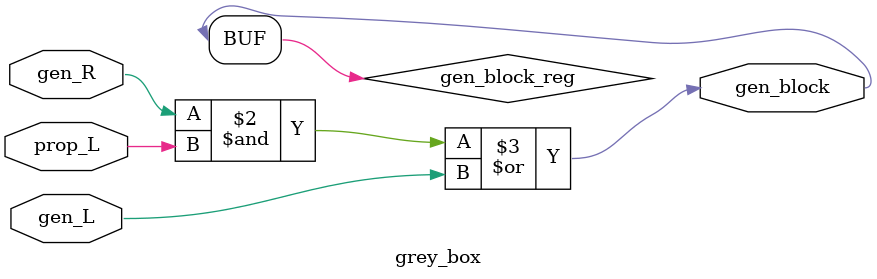
<source format=v>
`timescale 1ns / 1ps


module grey_box(
input wire gen_L,gen_R,prop_L,
output wire gen_block
    );
    
   reg gen_block_reg;
   
   always@* gen_block_reg=(gen_R&prop_L)|gen_L;
   
   assign gen_block=gen_block_reg;
   
endmodule

</source>
